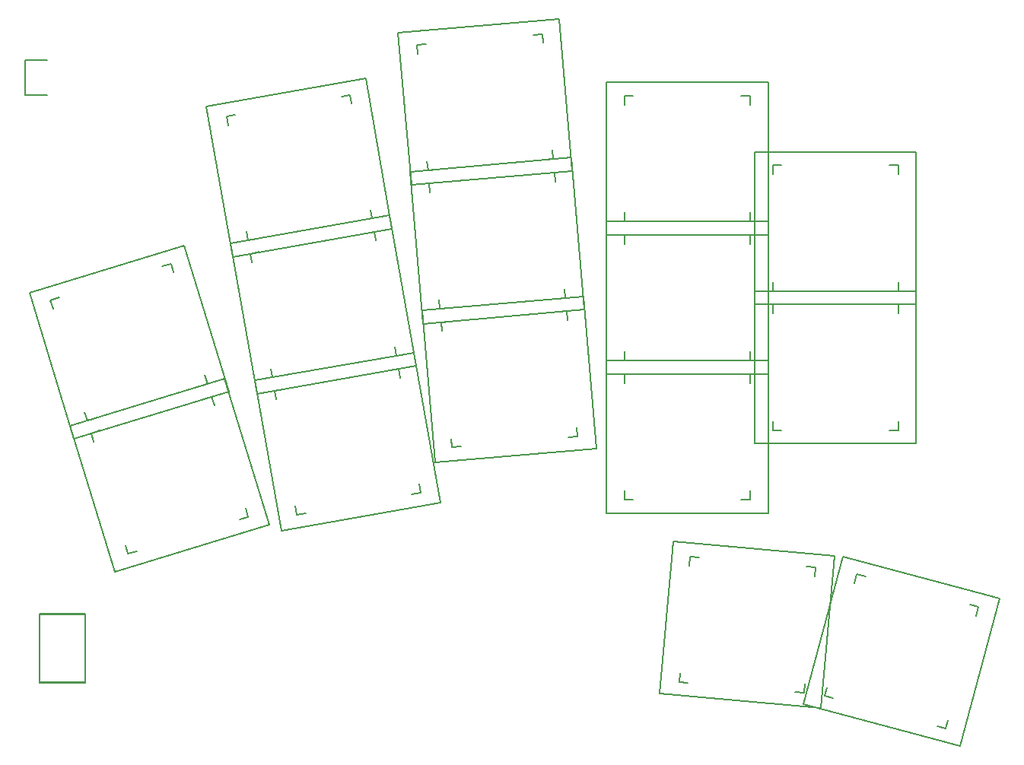
<source format=gbr>
%TF.GenerationSoftware,KiCad,Pcbnew,(6.0.4-0)*%
%TF.CreationDate,2022-07-05T10:49:51+02:00*%
%TF.ProjectId,battoota_min,62617474-6f6f-4746-915f-6d696e2e6b69,v1.0.0*%
%TF.SameCoordinates,Original*%
%TF.FileFunction,OtherDrawing,Comment*%
%FSLAX46Y46*%
G04 Gerber Fmt 4.6, Leading zero omitted, Abs format (unit mm)*
G04 Created by KiCad (PCBNEW (6.0.4-0)) date 2022-07-05 10:49:51*
%MOMM*%
%LPD*%
G01*
G04 APERTURE LIST*
%ADD10C,0.150000*%
G04 APERTURE END LIST*
D10*
%TO.C,S15*%
X295198293Y-138508911D02*
X277811628Y-133850169D01*
X280131708Y-132918917D02*
X280390527Y-131952992D01*
X280131709Y-132918919D02*
X280390527Y-131952992D01*
X292688744Y-136283565D02*
X293654669Y-136542384D01*
X297278135Y-123019422D02*
X297019317Y-123985349D01*
X277811628Y-133850168D02*
X282211551Y-117429429D01*
X299598216Y-122088172D02*
X295198293Y-138508911D01*
X282211551Y-117429429D02*
X299598216Y-122088172D01*
X292688744Y-136283565D02*
X293654669Y-136542384D01*
X283496355Y-120361882D02*
X283755175Y-119395956D01*
X297278136Y-123019423D02*
X296312210Y-122760603D01*
X299598215Y-122088172D02*
X295198293Y-138508911D01*
X280131708Y-132918917D02*
X281097634Y-133177737D01*
X297278136Y-123019423D02*
X297019317Y-123985348D01*
X293913488Y-135576459D02*
X293654669Y-136542384D01*
X293913489Y-135576458D02*
X293654669Y-136542384D01*
X284721100Y-119654775D02*
X283755175Y-119395956D01*
X282211551Y-117429430D02*
X299598215Y-122088172D01*
X297278135Y-123019422D02*
X296312210Y-122760604D01*
X284721100Y-119654777D02*
X283755174Y-119395957D01*
X283496355Y-120361883D02*
X283755174Y-119395957D01*
X295198293Y-138508911D02*
X277811628Y-133850168D01*
X277811628Y-133850169D02*
X282211551Y-117429430D01*
X280131709Y-132918919D02*
X281097633Y-133177737D01*
%TO.C,T2*%
X191171762Y-62115501D02*
X193671762Y-62115501D01*
X191171762Y-66015501D02*
X191171762Y-62115501D01*
X193671762Y-66015501D02*
X191171762Y-66015501D01*
%TO.C,S3*%
X219683613Y-114553830D02*
X216731593Y-97812099D01*
X216731593Y-97812098D02*
X234458132Y-94686431D01*
X232748988Y-96510939D02*
X231764181Y-96684588D01*
X221392755Y-112729322D02*
X222377563Y-112555673D01*
X234458131Y-94686431D02*
X237410151Y-111428162D01*
X234195256Y-110471895D02*
X235180064Y-110298247D01*
X234195256Y-110471895D02*
X235180064Y-110298247D01*
X219946489Y-98768367D02*
X218961681Y-98942014D01*
X219135329Y-99926821D02*
X218961680Y-98942013D01*
X235006415Y-109313439D02*
X235180064Y-110298247D01*
X237410151Y-111428162D02*
X219683613Y-114553830D01*
X234458132Y-94686431D02*
X237410151Y-111428162D01*
X216731593Y-97812099D02*
X234458131Y-94686431D01*
X232748989Y-96510938D02*
X231764181Y-96684587D01*
X219946488Y-98768365D02*
X218961680Y-98942013D01*
X232748988Y-96510939D02*
X232922637Y-97495747D01*
X219683612Y-114553829D02*
X216731593Y-97812098D01*
X221392756Y-112729322D02*
X222377563Y-112555674D01*
X235006416Y-109313440D02*
X235180064Y-110298247D01*
X221392756Y-112729322D02*
X221219107Y-111744514D01*
X221392755Y-112729322D02*
X221219107Y-111744514D01*
X219135329Y-99926822D02*
X218961681Y-98942014D01*
X232748989Y-96510938D02*
X232922637Y-97495746D01*
X237410151Y-111428162D02*
X219683612Y-114553829D01*
%TO.C,S14*%
X279755903Y-134242121D02*
X261824399Y-132673317D01*
X263306047Y-115738007D02*
X281237551Y-117306811D01*
X263947523Y-131353338D02*
X264943717Y-131440493D01*
X265080547Y-118402806D02*
X265167702Y-117406611D01*
X261824399Y-132673317D02*
X263306047Y-115738007D01*
X281237551Y-117306811D02*
X279755903Y-134242121D01*
X263306046Y-115738008D02*
X281237550Y-117306811D01*
X279114428Y-118626791D02*
X279027272Y-119622986D01*
X276898053Y-132486361D02*
X277894248Y-132573517D01*
X263947523Y-131353338D02*
X264034678Y-130357142D01*
X266163897Y-117493769D02*
X265167702Y-117406612D01*
X276898053Y-132486361D02*
X277894248Y-132573517D01*
X281237550Y-117306811D02*
X279755903Y-134242121D01*
X266163897Y-117493767D02*
X265167702Y-117406611D01*
X279114428Y-118626791D02*
X278118233Y-118539636D01*
X277981403Y-131577322D02*
X277894248Y-132573517D01*
X279114427Y-118626791D02*
X278118233Y-118539637D01*
X263947522Y-131353337D02*
X264034678Y-130357142D01*
X265080546Y-118402807D02*
X265167702Y-117406612D01*
X279755903Y-134242121D02*
X261824400Y-132673318D01*
X279114427Y-118626791D02*
X279027272Y-119622987D01*
X263947522Y-131353337D02*
X264943717Y-131440492D01*
X261824400Y-132673318D02*
X263306046Y-115738008D01*
X277981403Y-131577323D02*
X277894248Y-132573517D01*
%TO.C,S1*%
X213397775Y-97579936D02*
X218368094Y-113837117D01*
X211923722Y-99599137D02*
X212216095Y-100555442D01*
X211923723Y-99599137D02*
X210967419Y-99891508D01*
X211923723Y-99599137D02*
X212216095Y-100555442D01*
X218368094Y-113837117D02*
X201154610Y-119099808D01*
X215724556Y-112031100D02*
X216016927Y-112987403D01*
X211923722Y-99599137D02*
X210967419Y-99891509D01*
X199491762Y-103399971D02*
X198535457Y-103692342D01*
X215060622Y-113279775D02*
X216016927Y-112987403D01*
X202628662Y-117080608D02*
X203584966Y-116788236D01*
X199491762Y-103399969D02*
X198535457Y-103692341D01*
X201154610Y-119099808D02*
X196184290Y-102842628D01*
X213397774Y-97579937D02*
X218368094Y-113837117D01*
X215060622Y-113279775D02*
X216016927Y-112987403D01*
X202628661Y-117080607D02*
X203584965Y-116788236D01*
X198827829Y-104648646D02*
X198535457Y-103692342D01*
X215724556Y-112031099D02*
X216016927Y-112987403D01*
X198827828Y-104648645D02*
X198535457Y-103692341D01*
X196184290Y-102842628D02*
X213397774Y-97579937D01*
X196184290Y-102842627D02*
X213397775Y-97579936D01*
X202628662Y-117080608D02*
X202336289Y-116124302D01*
X218368094Y-113837117D02*
X201154609Y-119099808D01*
X202628661Y-117080607D02*
X202336289Y-116124302D01*
X201154609Y-119099808D02*
X196184290Y-102842627D01*
%TO.C,S6*%
X235367485Y-89990809D02*
X253298989Y-88422005D01*
X251661319Y-104124490D02*
X252657514Y-104037335D01*
X236849134Y-106926120D02*
X235367485Y-89990810D01*
X238710789Y-105257516D02*
X238623633Y-104261320D01*
X253298988Y-88422005D02*
X254780637Y-105357315D01*
X252570358Y-103041140D02*
X252657514Y-104037335D01*
X253298989Y-88422005D02*
X254780637Y-105357315D01*
X252570358Y-103041141D02*
X252657514Y-104037335D01*
X251437333Y-90090609D02*
X251524490Y-91086805D01*
X251437334Y-90090609D02*
X251524489Y-91086804D01*
X236849133Y-106926119D02*
X235367485Y-89990809D01*
X251437334Y-90090609D02*
X250441139Y-90177765D01*
X251437333Y-90090609D02*
X250441139Y-90177766D01*
X254780637Y-105357315D02*
X236849134Y-106926120D01*
X238710788Y-105257515D02*
X239706983Y-105170359D01*
X235367485Y-89990810D02*
X253298988Y-88422005D01*
X238710788Y-105257515D02*
X238623633Y-104261320D01*
X254780637Y-105357315D02*
X236849133Y-106926119D01*
X238710789Y-105257516D02*
X239706983Y-105170360D01*
X238486803Y-91223636D02*
X237490608Y-91310790D01*
X237577764Y-92306985D02*
X237490608Y-91310790D01*
X237577764Y-92306984D02*
X237490608Y-91310789D01*
X251661319Y-104124490D02*
X252657514Y-104037335D01*
X238486803Y-91223634D02*
X237490608Y-91310789D01*
%TO.C,S5*%
X214300519Y-84024789D02*
X211348500Y-67283058D01*
X214300520Y-84024790D02*
X211348500Y-67283059D01*
X227365896Y-65981898D02*
X226381088Y-66155547D01*
X229623322Y-78784399D02*
X229796971Y-79769207D01*
X211348500Y-67283058D02*
X229075039Y-64157391D01*
X227365895Y-65981899D02*
X227539544Y-66966707D01*
X228812163Y-79942855D02*
X229796971Y-79769207D01*
X216009662Y-82200282D02*
X215836014Y-81215474D01*
X227365896Y-65981898D02*
X227539544Y-66966706D01*
X214563395Y-68239325D02*
X213578587Y-68412973D01*
X216009662Y-82200282D02*
X216994470Y-82026633D01*
X227365895Y-65981899D02*
X226381088Y-66155548D01*
X228812163Y-79942855D02*
X229796971Y-79769207D01*
X216009663Y-82200282D02*
X215836014Y-81215474D01*
X229075038Y-64157391D02*
X232027058Y-80899122D01*
X211348500Y-67283059D02*
X229075038Y-64157391D01*
X214563396Y-68239327D02*
X213578588Y-68412974D01*
X229075039Y-64157391D02*
X232027058Y-80899122D01*
X216009663Y-82200282D02*
X216994470Y-82026634D01*
X232027058Y-80899122D02*
X214300519Y-84024789D01*
X213752236Y-69397782D02*
X213578588Y-68412974D01*
X213752236Y-69397781D02*
X213578587Y-68412973D01*
X229623323Y-78784400D02*
X229796971Y-79769207D01*
X232027058Y-80899122D02*
X214300520Y-84024790D01*
%TO.C,S13*%
X290361999Y-72332000D02*
X290362000Y-89332000D01*
X275362000Y-73832000D02*
X274362000Y-73832000D01*
X288362000Y-86832001D02*
X288362000Y-87832000D01*
X288362000Y-73832000D02*
X288362000Y-74832000D01*
X274362001Y-87832001D02*
X274362000Y-86832000D01*
X288361999Y-73832000D02*
X288362000Y-74832001D01*
X275362000Y-73832002D02*
X274362000Y-73832001D01*
X290362000Y-89332000D02*
X272362001Y-89332001D01*
X274362000Y-74832000D02*
X274362000Y-73832000D01*
X288362000Y-73832000D02*
X287362000Y-73832000D01*
X287362000Y-87832000D02*
X288362000Y-87832000D01*
X288362000Y-86832000D02*
X288362000Y-87832000D01*
X290362000Y-72332000D02*
X290362000Y-89332000D01*
X274362001Y-87832001D02*
X275362000Y-87832001D01*
X274362000Y-74832001D02*
X274362000Y-73832001D01*
X290362000Y-89332000D02*
X272362000Y-89332000D01*
X274362000Y-87832000D02*
X274362000Y-86832000D01*
X272362000Y-72332000D02*
X290362000Y-72332000D01*
X272362000Y-72332001D02*
X290361999Y-72332000D01*
X272362001Y-89332001D02*
X272362000Y-72332001D01*
X288361999Y-73832000D02*
X287362000Y-73832001D01*
X274362000Y-87832000D02*
X275362000Y-87832000D01*
X287362000Y-87832000D02*
X288362000Y-87832000D01*
X272362000Y-89332000D02*
X272362000Y-72332000D01*
%TO.C,S11*%
X271862000Y-66082000D02*
X271862000Y-67082000D01*
X271862000Y-79082001D02*
X271862000Y-80082000D01*
X270862000Y-80082000D02*
X271862000Y-80082000D01*
X271862000Y-66082000D02*
X270862000Y-66082000D01*
X257862000Y-80082000D02*
X258862000Y-80082000D01*
X257862000Y-67082001D02*
X257862000Y-66082001D01*
X257862000Y-67082000D02*
X257862000Y-66082000D01*
X257862000Y-80082000D02*
X257862000Y-79082000D01*
X273862000Y-64582000D02*
X273862000Y-81582000D01*
X257862001Y-80082001D02*
X258862000Y-80082001D01*
X273862000Y-81582000D02*
X255862001Y-81582001D01*
X271861999Y-66082000D02*
X271862000Y-67082001D01*
X270862000Y-80082000D02*
X271862000Y-80082000D01*
X255862000Y-64582000D02*
X273862000Y-64582000D01*
X257862001Y-80082001D02*
X257862000Y-79082000D01*
X258862000Y-66082000D02*
X257862000Y-66082000D01*
X273861999Y-64582000D02*
X273862000Y-81582000D01*
X258862000Y-66082002D02*
X257862000Y-66082001D01*
X271862000Y-79082000D02*
X271862000Y-80082000D01*
X255862001Y-81582001D02*
X255862000Y-64582001D01*
X255862000Y-64582001D02*
X273861999Y-64582000D01*
X273862000Y-81582000D02*
X255862000Y-81582000D01*
X271861999Y-66082000D02*
X270862000Y-66082001D01*
X255862000Y-81582000D02*
X255862000Y-64582000D01*
%TO.C,S12*%
X287362000Y-103332000D02*
X288362000Y-103332000D01*
X272362000Y-87832001D02*
X290361999Y-87832000D01*
X288361999Y-89332000D02*
X287362000Y-89332001D01*
X275362000Y-89332000D02*
X274362000Y-89332000D01*
X288361999Y-89332000D02*
X288362000Y-90332001D01*
X274362000Y-90332001D02*
X274362000Y-89332001D01*
X275362000Y-89332002D02*
X274362000Y-89332001D01*
X290362000Y-104832000D02*
X272362001Y-104832001D01*
X274362000Y-90332000D02*
X274362000Y-89332000D01*
X290362000Y-104832000D02*
X272362000Y-104832000D01*
X288362000Y-102332001D02*
X288362000Y-103332000D01*
X274362000Y-103332000D02*
X274362000Y-102332000D01*
X287362000Y-103332000D02*
X288362000Y-103332000D01*
X288362000Y-102332000D02*
X288362000Y-103332000D01*
X290362000Y-87832000D02*
X290362000Y-104832000D01*
X274362001Y-103332001D02*
X275362000Y-103332001D01*
X288362000Y-89332000D02*
X288362000Y-90332000D01*
X272362000Y-87832000D02*
X290362000Y-87832000D01*
X274362000Y-103332000D02*
X275362000Y-103332000D01*
X288362000Y-89332000D02*
X287362000Y-89332000D01*
X272362001Y-104832001D02*
X272362000Y-87832001D01*
X272362000Y-104832000D02*
X272362000Y-87832000D01*
X290361999Y-87832000D02*
X290362000Y-104832000D01*
X274362001Y-103332001D02*
X274362000Y-102332000D01*
%TO.C,S8*%
X235784974Y-60341598D02*
X234788779Y-60428753D01*
X236008959Y-74375479D02*
X237005154Y-74288323D01*
X232665656Y-59108774D02*
X250597159Y-57539969D01*
X250597159Y-57539969D02*
X252078808Y-74475279D01*
X234875935Y-61424949D02*
X234788779Y-60428754D01*
X248735505Y-59208573D02*
X247739310Y-59295729D01*
X248735504Y-59208573D02*
X248822661Y-60204769D01*
X236008960Y-74375480D02*
X235921804Y-73379284D01*
X236008959Y-74375479D02*
X235921804Y-73379284D01*
X234875935Y-61424948D02*
X234788779Y-60428753D01*
X248959490Y-73242454D02*
X249955685Y-73155299D01*
X234147305Y-76044084D02*
X232665656Y-59108774D01*
X234147304Y-76044083D02*
X232665656Y-59108773D01*
X248959490Y-73242454D02*
X249955685Y-73155299D01*
X252078808Y-74475279D02*
X234147305Y-76044084D01*
X250597160Y-57539969D02*
X252078808Y-74475279D01*
X232665656Y-59108773D02*
X250597160Y-57539969D01*
X249868529Y-72159104D02*
X249955685Y-73155299D01*
X252078808Y-74475279D02*
X234147304Y-76044083D01*
X235784974Y-60341600D02*
X234788779Y-60428754D01*
X248735504Y-59208573D02*
X247739310Y-59295730D01*
X236008960Y-74375480D02*
X237005154Y-74288324D01*
X249868529Y-72159105D02*
X249955685Y-73155299D01*
X248735505Y-59208573D02*
X248822660Y-60204768D01*
%TO.C,S9*%
X273861999Y-95582000D02*
X273862000Y-112582000D01*
X258862000Y-97082002D02*
X257862000Y-97082001D01*
X270862000Y-111082000D02*
X271862000Y-111082000D01*
X273862000Y-112582000D02*
X255862001Y-112582001D01*
X271862000Y-110082000D02*
X271862000Y-111082000D01*
X271862000Y-97082000D02*
X271862000Y-98082000D01*
X257862000Y-98082001D02*
X257862000Y-97082001D01*
X257862001Y-111082001D02*
X257862000Y-110082000D01*
X258862000Y-97082000D02*
X257862000Y-97082000D01*
X270862000Y-111082000D02*
X271862000Y-111082000D01*
X273862000Y-95582000D02*
X273862000Y-112582000D01*
X257862000Y-111082000D02*
X258862000Y-111082000D01*
X271862000Y-97082000D02*
X270862000Y-97082000D01*
X255862000Y-95582000D02*
X273862000Y-95582000D01*
X257862000Y-98082000D02*
X257862000Y-97082000D01*
X271861999Y-97082000D02*
X270862000Y-97082001D01*
X257862001Y-111082001D02*
X258862000Y-111082001D01*
X255862001Y-112582001D02*
X255862000Y-95582001D01*
X273862000Y-112582000D02*
X255862000Y-112582000D01*
X255862000Y-112582000D02*
X255862000Y-95582000D01*
X271861999Y-97082000D02*
X271862000Y-98082001D01*
X271862000Y-110082001D02*
X271862000Y-111082000D01*
X255862000Y-95582001D02*
X273861999Y-95582000D01*
X257862000Y-111082000D02*
X257862000Y-110082000D01*
%TO.C,S10*%
X271862000Y-81582000D02*
X271862000Y-82582000D01*
X257862001Y-95582001D02*
X258862000Y-95582001D01*
X273861999Y-80082000D02*
X273862000Y-97082000D01*
X271861999Y-81582000D02*
X271862000Y-82582001D01*
X257862000Y-95582000D02*
X258862000Y-95582000D01*
X255862000Y-97082000D02*
X255862000Y-80082000D01*
X257862000Y-82582000D02*
X257862000Y-81582000D01*
X273862000Y-80082000D02*
X273862000Y-97082000D01*
X255862000Y-80082001D02*
X273861999Y-80082000D01*
X271862000Y-81582000D02*
X270862000Y-81582000D01*
X255862000Y-80082000D02*
X273862000Y-80082000D01*
X255862001Y-97082001D02*
X255862000Y-80082001D01*
X271862000Y-94582001D02*
X271862000Y-95582000D01*
X273862000Y-97082000D02*
X255862000Y-97082000D01*
X257862001Y-95582001D02*
X257862000Y-94582000D01*
X258862000Y-81582002D02*
X257862000Y-81582001D01*
X273862000Y-97082000D02*
X255862001Y-97082001D01*
X270862000Y-95582000D02*
X271862000Y-95582000D01*
X270862000Y-95582000D02*
X271862000Y-95582000D01*
X271862000Y-94582000D02*
X271862000Y-95582000D01*
X257862000Y-82582001D02*
X257862000Y-81582001D01*
X271861999Y-81582000D02*
X270862000Y-81582001D01*
X257862000Y-95582000D02*
X257862000Y-94582000D01*
X258862000Y-81582000D02*
X257862000Y-81582000D01*
%TO.C,S2*%
X198096900Y-102257883D02*
X199053204Y-101965512D01*
X211192795Y-97208376D02*
X211485166Y-98164679D01*
X198096900Y-102257883D02*
X197804528Y-101301578D01*
X194296068Y-89825922D02*
X194003696Y-88869618D01*
X196622849Y-104277084D02*
X191652529Y-88019904D01*
X210528861Y-98457051D02*
X211485166Y-98164679D01*
X207391961Y-84776413D02*
X207684334Y-85732718D01*
X191652529Y-88019904D02*
X208866013Y-82757213D01*
X213836333Y-99014393D02*
X196622848Y-104277084D01*
X191652529Y-88019903D02*
X208866014Y-82757212D01*
X213836333Y-99014393D02*
X196622849Y-104277084D01*
X210528861Y-98457051D02*
X211485166Y-98164679D01*
X211192795Y-97208375D02*
X211485166Y-98164679D01*
X194960001Y-88577247D02*
X194003696Y-88869618D01*
X207391962Y-84776413D02*
X206435658Y-85068784D01*
X194960001Y-88577245D02*
X194003696Y-88869617D01*
X194296067Y-89825921D02*
X194003696Y-88869617D01*
X208866014Y-82757212D02*
X213836333Y-99014393D01*
X207391962Y-84776413D02*
X207684334Y-85732718D01*
X198096901Y-102257884D02*
X197804528Y-101301578D01*
X198096901Y-102257884D02*
X199053205Y-101965512D01*
X207391961Y-84776413D02*
X206435658Y-85068785D01*
X208866013Y-82757213D02*
X213836333Y-99014393D01*
X196622848Y-104277084D02*
X191652529Y-88019903D01*
%TO.C,T1*%
X191171762Y-62115501D02*
X193671762Y-62115501D01*
X193671762Y-66015501D02*
X191171762Y-66015501D01*
X191171762Y-66015501D02*
X191171762Y-62115501D01*
%TO.C,S4*%
X214040046Y-82547579D02*
X231766584Y-79421911D01*
X231766584Y-79421911D02*
X234718604Y-96163642D01*
X230057441Y-81246419D02*
X229072634Y-81420068D01*
X231503709Y-95207375D02*
X232488517Y-95033727D01*
X218701208Y-97464802D02*
X218527560Y-96479994D01*
X234718604Y-96163642D02*
X216992066Y-99289310D01*
X230057442Y-81246418D02*
X229072634Y-81420067D01*
X230057442Y-81246418D02*
X230231090Y-82231226D01*
X216443782Y-84662301D02*
X216270133Y-83677493D01*
X216992065Y-99289309D02*
X214040046Y-82547578D01*
X216443782Y-84662302D02*
X216270134Y-83677494D01*
X217254942Y-83503847D02*
X216270134Y-83677494D01*
X214040046Y-82547578D02*
X231766585Y-79421911D01*
X230057441Y-81246419D02*
X230231090Y-82231227D01*
X218701209Y-97464802D02*
X218527560Y-96479994D01*
X216992066Y-99289310D02*
X214040046Y-82547579D01*
X231766585Y-79421911D02*
X234718604Y-96163642D01*
X218701209Y-97464802D02*
X219686016Y-97291154D01*
X218701208Y-97464802D02*
X219686016Y-97291153D01*
X232314869Y-94048920D02*
X232488517Y-95033727D01*
X234718604Y-96163642D02*
X216992065Y-99289309D01*
X231503709Y-95207375D02*
X232488517Y-95033727D01*
X232314868Y-94048919D02*
X232488517Y-95033727D01*
X217254941Y-83503845D02*
X216270133Y-83677493D01*
%TO.C,S7*%
X251948074Y-72980987D02*
X253429723Y-89916297D01*
X250310405Y-88683472D02*
X251306600Y-88596317D01*
X235498219Y-91485101D02*
X234016571Y-74549791D01*
X250086420Y-74649591D02*
X249090225Y-74736747D01*
X253429723Y-89916297D02*
X235498219Y-91485101D01*
X237359875Y-89816498D02*
X237272719Y-88820302D01*
X236226850Y-76865967D02*
X236139694Y-75869772D01*
X253429723Y-89916297D02*
X235498220Y-91485102D01*
X250310405Y-88683472D02*
X251306600Y-88596317D01*
X237135889Y-75782616D02*
X236139694Y-75869771D01*
X250086419Y-74649591D02*
X249090225Y-74736748D01*
X251219444Y-87600122D02*
X251306600Y-88596317D01*
X237135889Y-75782618D02*
X236139694Y-75869772D01*
X235498220Y-91485102D02*
X234016571Y-74549792D01*
X251948075Y-72980987D02*
X253429723Y-89916297D01*
X250086419Y-74649591D02*
X250173576Y-75645787D01*
X250086420Y-74649591D02*
X250173575Y-75645786D01*
X237359875Y-89816498D02*
X238356069Y-89729342D01*
X234016571Y-74549792D02*
X251948074Y-72980987D01*
X251219444Y-87600123D02*
X251306600Y-88596317D01*
X234016571Y-74549791D02*
X251948075Y-72980987D01*
X236226850Y-76865966D02*
X236139694Y-75869771D01*
X237359874Y-89816497D02*
X237272719Y-88820302D01*
X237359874Y-89816497D02*
X238356069Y-89729341D01*
%TO.C,MCU1*%
X192786000Y-131406477D02*
X197866000Y-131406477D01*
X197866000Y-131445000D02*
X197866000Y-123825000D01*
X192786000Y-123825000D02*
X192786000Y-131445000D01*
X197866000Y-123786477D02*
X192786000Y-123786477D01*
X197866000Y-131406477D02*
X197866000Y-123786477D01*
X197866000Y-123825000D02*
X192786000Y-123825000D01*
X192786000Y-131445000D02*
X197866000Y-131445000D01*
%TD*%
M02*

</source>
